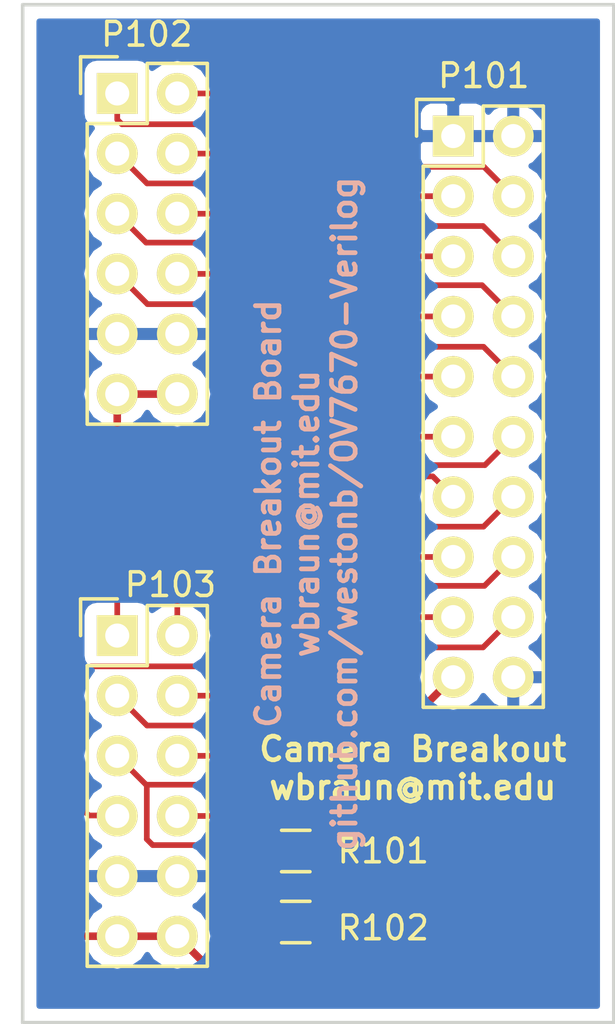
<source format=kicad_pcb>
(kicad_pcb (version 4) (host pcbnew 4.0.4+e1-6308~48~ubuntu14.04.1-stable)

  (general
    (links 30)
    (no_connects 0)
    (area -4.993333 -4.035 21.075001 39.325001)
    (thickness 1.6)
    (drawings 6)
    (tracks 99)
    (zones 0)
    (modules 5)
    (nets 19)
  )

  (page A4)
  (layers
    (0 F.Cu signal)
    (31 B.Cu signal)
    (32 B.Adhes user)
    (33 F.Adhes user)
    (34 B.Paste user)
    (35 F.Paste user)
    (36 B.SilkS user)
    (37 F.SilkS user)
    (38 B.Mask user)
    (39 F.Mask user)
    (40 Dwgs.User user)
    (41 Cmts.User user)
    (42 Eco1.User user)
    (43 Eco2.User user)
    (44 Edge.Cuts user)
    (45 Margin user)
    (46 B.CrtYd user)
    (47 F.CrtYd user)
    (48 B.Fab user)
    (49 F.Fab user)
  )

  (setup
    (last_trace_width 0.16)
    (user_trace_width 0.16)
    (user_trace_width 0.24)
    (user_trace_width 0.32)
    (user_trace_width 0.48)
    (trace_clearance 0.16)
    (zone_clearance 0.508)
    (zone_45_only no)
    (trace_min 0.16)
    (segment_width 0.2)
    (edge_width 0.15)
    (via_size 0.7)
    (via_drill 0.32)
    (via_min_size 0.7)
    (via_min_drill 0.32)
    (user_via 0.7 0.32)
    (user_via 0.8 0.4)
    (user_via 1.2 0.8)
    (uvia_size 0.3)
    (uvia_drill 0.1)
    (uvias_allowed no)
    (uvia_min_size 0.2)
    (uvia_min_drill 0.1)
    (pcb_text_width 0.3)
    (pcb_text_size 1.5 1.5)
    (mod_edge_width 0.15)
    (mod_text_size 1 1)
    (mod_text_width 0.15)
    (pad_size 1.524 1.524)
    (pad_drill 0.762)
    (pad_to_mask_clearance 0.2)
    (aux_axis_origin 0 0)
    (visible_elements FFFFFF7F)
    (pcbplotparams
      (layerselection 0x010f0_80000001)
      (usegerberextensions false)
      (excludeedgelayer true)
      (linewidth 0.100000)
      (plotframeref false)
      (viasonmask false)
      (mode 1)
      (useauxorigin false)
      (hpglpennumber 1)
      (hpglpenspeed 20)
      (hpglpendiameter 15)
      (hpglpenoverlay 2)
      (psnegative false)
      (psa4output false)
      (plotreference false)
      (plotvalue false)
      (plotinvisibletext false)
      (padsonsilk false)
      (subtractmaskfromsilk false)
      (outputformat 1)
      (mirror false)
      (drillshape 0)
      (scaleselection 1)
      (outputdirectory gerbers_nexys_side/))
  )

  (net 0 "")
  (net 1 GND)
  (net 2 +3V3)
  (net 3 /JA7)
  (net 4 /JA1)
  (net 5 /HREF)
  (net 6 /JB10)
  (net 7 /D6)
  (net 8 /D7)
  (net 9 /D4)
  (net 10 /D5)
  (net 11 /D2)
  (net 12 /D3)
  (net 13 /D0)
  (net 14 /D1)
  (net 15 /JB4)
  (net 16 /JB2)
  (net 17 /JB9)
  (net 18 /JB8)

  (net_class Default "This is the default net class."
    (clearance 0.16)
    (trace_width 0.16)
    (via_dia 0.7)
    (via_drill 0.32)
    (uvia_dia 0.3)
    (uvia_drill 0.1)
    (add_net +3V3)
    (add_net /D0)
    (add_net /D1)
    (add_net /D2)
    (add_net /D3)
    (add_net /D4)
    (add_net /D5)
    (add_net /D6)
    (add_net /D7)
    (add_net /HREF)
    (add_net /JA1)
    (add_net /JA7)
    (add_net /JB10)
    (add_net /JB2)
    (add_net /JB4)
    (add_net /JB8)
    (add_net /JB9)
    (add_net GND)
  )

  (module Pin_Headers:Pin_Header_Straight_2x10 (layer F.Cu) (tedit 0) (tstamp 57F3EDEC)
    (at 14.21 1.8)
    (descr "Through hole pin header")
    (tags "pin header")
    (path /57F3DEC6)
    (fp_text reference P101 (at 1.29 -2.55) (layer F.SilkS)
      (effects (font (size 1 1) (thickness 0.15)))
    )
    (fp_text value CONN_02X10 (at 0 -3.1) (layer F.Fab)
      (effects (font (size 1 1) (thickness 0.15)))
    )
    (fp_line (start -1.75 -1.75) (end -1.75 24.65) (layer F.CrtYd) (width 0.05))
    (fp_line (start 4.3 -1.75) (end 4.3 24.65) (layer F.CrtYd) (width 0.05))
    (fp_line (start -1.75 -1.75) (end 4.3 -1.75) (layer F.CrtYd) (width 0.05))
    (fp_line (start -1.75 24.65) (end 4.3 24.65) (layer F.CrtYd) (width 0.05))
    (fp_line (start 3.81 24.13) (end 3.81 -1.27) (layer F.SilkS) (width 0.15))
    (fp_line (start -1.27 1.27) (end -1.27 24.13) (layer F.SilkS) (width 0.15))
    (fp_line (start 3.81 24.13) (end -1.27 24.13) (layer F.SilkS) (width 0.15))
    (fp_line (start 3.81 -1.27) (end 1.27 -1.27) (layer F.SilkS) (width 0.15))
    (fp_line (start 0 -1.55) (end -1.55 -1.55) (layer F.SilkS) (width 0.15))
    (fp_line (start 1.27 -1.27) (end 1.27 1.27) (layer F.SilkS) (width 0.15))
    (fp_line (start 1.27 1.27) (end -1.27 1.27) (layer F.SilkS) (width 0.15))
    (fp_line (start -1.55 -1.55) (end -1.55 0) (layer F.SilkS) (width 0.15))
    (pad 1 thru_hole rect (at 0 0) (size 1.7272 1.7272) (drill 1.016) (layers *.Cu *.Mask F.SilkS)
      (net 1 GND))
    (pad 2 thru_hole oval (at 2.54 0) (size 1.7272 1.7272) (drill 1.016) (layers *.Cu *.Mask F.SilkS)
      (net 1 GND))
    (pad 3 thru_hole oval (at 0 2.54) (size 1.7272 1.7272) (drill 1.016) (layers *.Cu *.Mask F.SilkS)
      (net 3 /JA7))
    (pad 4 thru_hole oval (at 2.54 2.54) (size 1.7272 1.7272) (drill 1.016) (layers *.Cu *.Mask F.SilkS)
      (net 4 /JA1))
    (pad 5 thru_hole oval (at 0 5.08) (size 1.7272 1.7272) (drill 1.016) (layers *.Cu *.Mask F.SilkS)
      (net 14 /D1))
    (pad 6 thru_hole oval (at 2.54 5.08) (size 1.7272 1.7272) (drill 1.016) (layers *.Cu *.Mask F.SilkS)
      (net 13 /D0))
    (pad 7 thru_hole oval (at 0 7.62) (size 1.7272 1.7272) (drill 1.016) (layers *.Cu *.Mask F.SilkS)
      (net 12 /D3))
    (pad 8 thru_hole oval (at 2.54 7.62) (size 1.7272 1.7272) (drill 1.016) (layers *.Cu *.Mask F.SilkS)
      (net 11 /D2))
    (pad 9 thru_hole oval (at 0 10.16) (size 1.7272 1.7272) (drill 1.016) (layers *.Cu *.Mask F.SilkS)
      (net 10 /D5))
    (pad 10 thru_hole oval (at 2.54 10.16) (size 1.7272 1.7272) (drill 1.016) (layers *.Cu *.Mask F.SilkS)
      (net 9 /D4))
    (pad 11 thru_hole oval (at 0 12.7) (size 1.7272 1.7272) (drill 1.016) (layers *.Cu *.Mask F.SilkS)
      (net 8 /D7))
    (pad 12 thru_hole oval (at 2.54 12.7) (size 1.7272 1.7272) (drill 1.016) (layers *.Cu *.Mask F.SilkS)
      (net 7 /D6))
    (pad 13 thru_hole oval (at 0 15.24) (size 1.7272 1.7272) (drill 1.016) (layers *.Cu *.Mask F.SilkS)
      (net 6 /JB10))
    (pad 14 thru_hole oval (at 2.54 15.24) (size 1.7272 1.7272) (drill 1.016) (layers *.Cu *.Mask F.SilkS)
      (net 16 /JB2))
    (pad 15 thru_hole oval (at 0 17.78) (size 1.7272 1.7272) (drill 1.016) (layers *.Cu *.Mask F.SilkS)
      (net 18 /JB8))
    (pad 16 thru_hole oval (at 2.54 17.78) (size 1.7272 1.7272) (drill 1.016) (layers *.Cu *.Mask F.SilkS)
      (net 5 /HREF))
    (pad 17 thru_hole oval (at 0 20.32) (size 1.7272 1.7272) (drill 1.016) (layers *.Cu *.Mask F.SilkS)
      (net 17 /JB9))
    (pad 18 thru_hole oval (at 2.54 20.32) (size 1.7272 1.7272) (drill 1.016) (layers *.Cu *.Mask F.SilkS)
      (net 15 /JB4))
    (pad 19 thru_hole oval (at 0 22.86) (size 1.7272 1.7272) (drill 1.016) (layers *.Cu *.Mask F.SilkS)
      (net 2 +3V3))
    (pad 20 thru_hole oval (at 2.54 22.86) (size 1.7272 1.7272) (drill 1.016) (layers *.Cu *.Mask F.SilkS)
      (net 1 GND))
    (model Pin_Headers.3dshapes/Pin_Header_Straight_2x10.wrl
      (at (xyz 0.05 -0.45 0))
      (scale (xyz 1 1 1))
      (rotate (xyz 0 0 90))
    )
  )

  (module Pin_Headers:Pin_Header_Straight_2x06 (layer F.Cu) (tedit 0) (tstamp 57F3EDFC)
    (at 0 0)
    (descr "Through hole pin header")
    (tags "pin header")
    (path /57F3DF59)
    (fp_text reference P102 (at 1.25 -2.5) (layer F.SilkS)
      (effects (font (size 1 1) (thickness 0.15)))
    )
    (fp_text value CONN_02X06 (at 0 -3.1) (layer F.Fab)
      (effects (font (size 1 1) (thickness 0.15)))
    )
    (fp_line (start -1.75 -1.75) (end -1.75 14.45) (layer F.CrtYd) (width 0.05))
    (fp_line (start 4.3 -1.75) (end 4.3 14.45) (layer F.CrtYd) (width 0.05))
    (fp_line (start -1.75 -1.75) (end 4.3 -1.75) (layer F.CrtYd) (width 0.05))
    (fp_line (start -1.75 14.45) (end 4.3 14.45) (layer F.CrtYd) (width 0.05))
    (fp_line (start 3.81 13.97) (end 3.81 -1.27) (layer F.SilkS) (width 0.15))
    (fp_line (start -1.27 1.27) (end -1.27 13.97) (layer F.SilkS) (width 0.15))
    (fp_line (start 3.81 13.97) (end -1.27 13.97) (layer F.SilkS) (width 0.15))
    (fp_line (start 3.81 -1.27) (end 1.27 -1.27) (layer F.SilkS) (width 0.15))
    (fp_line (start 0 -1.55) (end -1.55 -1.55) (layer F.SilkS) (width 0.15))
    (fp_line (start 1.27 -1.27) (end 1.27 1.27) (layer F.SilkS) (width 0.15))
    (fp_line (start 1.27 1.27) (end -1.27 1.27) (layer F.SilkS) (width 0.15))
    (fp_line (start -1.55 -1.55) (end -1.55 0) (layer F.SilkS) (width 0.15))
    (pad 1 thru_hole rect (at 0 0) (size 1.7272 1.7272) (drill 1.016) (layers *.Cu *.Mask F.SilkS)
      (net 3 /JA7))
    (pad 2 thru_hole oval (at 2.54 0) (size 1.7272 1.7272) (drill 1.016) (layers *.Cu *.Mask F.SilkS)
      (net 4 /JA1))
    (pad 3 thru_hole oval (at 0 2.54) (size 1.7272 1.7272) (drill 1.016) (layers *.Cu *.Mask F.SilkS)
      (net 14 /D1))
    (pad 4 thru_hole oval (at 2.54 2.54) (size 1.7272 1.7272) (drill 1.016) (layers *.Cu *.Mask F.SilkS)
      (net 13 /D0))
    (pad 5 thru_hole oval (at 0 5.08) (size 1.7272 1.7272) (drill 1.016) (layers *.Cu *.Mask F.SilkS)
      (net 12 /D3))
    (pad 6 thru_hole oval (at 2.54 5.08) (size 1.7272 1.7272) (drill 1.016) (layers *.Cu *.Mask F.SilkS)
      (net 11 /D2))
    (pad 7 thru_hole oval (at 0 7.62) (size 1.7272 1.7272) (drill 1.016) (layers *.Cu *.Mask F.SilkS)
      (net 10 /D5))
    (pad 8 thru_hole oval (at 2.54 7.62) (size 1.7272 1.7272) (drill 1.016) (layers *.Cu *.Mask F.SilkS)
      (net 9 /D4))
    (pad 9 thru_hole oval (at 0 10.16) (size 1.7272 1.7272) (drill 1.016) (layers *.Cu *.Mask F.SilkS)
      (net 1 GND))
    (pad 10 thru_hole oval (at 2.54 10.16) (size 1.7272 1.7272) (drill 1.016) (layers *.Cu *.Mask F.SilkS)
      (net 1 GND))
    (pad 11 thru_hole oval (at 0 12.7) (size 1.7272 1.7272) (drill 1.016) (layers *.Cu *.Mask F.SilkS)
      (net 2 +3V3))
    (pad 12 thru_hole oval (at 2.54 12.7) (size 1.7272 1.7272) (drill 1.016) (layers *.Cu *.Mask F.SilkS)
      (net 2 +3V3))
    (model Pin_Headers.3dshapes/Pin_Header_Straight_2x06.wrl
      (at (xyz 0.05 -0.25 0))
      (scale (xyz 1 1 1))
      (rotate (xyz 0 0 90))
    )
  )

  (module Pin_Headers:Pin_Header_Straight_2x06 (layer F.Cu) (tedit 0) (tstamp 57F3EE0C)
    (at 0 22.9)
    (descr "Through hole pin header")
    (tags "pin header")
    (path /57F3DFC6)
    (fp_text reference P103 (at 2.25 -2.15) (layer F.SilkS)
      (effects (font (size 1 1) (thickness 0.15)))
    )
    (fp_text value CONN_02X06 (at 0 -3.1) (layer F.Fab)
      (effects (font (size 1 1) (thickness 0.15)))
    )
    (fp_line (start -1.75 -1.75) (end -1.75 14.45) (layer F.CrtYd) (width 0.05))
    (fp_line (start 4.3 -1.75) (end 4.3 14.45) (layer F.CrtYd) (width 0.05))
    (fp_line (start -1.75 -1.75) (end 4.3 -1.75) (layer F.CrtYd) (width 0.05))
    (fp_line (start -1.75 14.45) (end 4.3 14.45) (layer F.CrtYd) (width 0.05))
    (fp_line (start 3.81 13.97) (end 3.81 -1.27) (layer F.SilkS) (width 0.15))
    (fp_line (start -1.27 1.27) (end -1.27 13.97) (layer F.SilkS) (width 0.15))
    (fp_line (start 3.81 13.97) (end -1.27 13.97) (layer F.SilkS) (width 0.15))
    (fp_line (start 3.81 -1.27) (end 1.27 -1.27) (layer F.SilkS) (width 0.15))
    (fp_line (start 0 -1.55) (end -1.55 -1.55) (layer F.SilkS) (width 0.15))
    (fp_line (start 1.27 -1.27) (end 1.27 1.27) (layer F.SilkS) (width 0.15))
    (fp_line (start 1.27 1.27) (end -1.27 1.27) (layer F.SilkS) (width 0.15))
    (fp_line (start -1.55 -1.55) (end -1.55 0) (layer F.SilkS) (width 0.15))
    (pad 1 thru_hole rect (at 0 0) (size 1.7272 1.7272) (drill 1.016) (layers *.Cu *.Mask F.SilkS)
      (net 8 /D7))
    (pad 2 thru_hole oval (at 2.54 0) (size 1.7272 1.7272) (drill 1.016) (layers *.Cu *.Mask F.SilkS)
      (net 7 /D6))
    (pad 3 thru_hole oval (at 0 2.54) (size 1.7272 1.7272) (drill 1.016) (layers *.Cu *.Mask F.SilkS)
      (net 18 /JB8))
    (pad 4 thru_hole oval (at 2.54 2.54) (size 1.7272 1.7272) (drill 1.016) (layers *.Cu *.Mask F.SilkS)
      (net 16 /JB2))
    (pad 5 thru_hole oval (at 0 5.08) (size 1.7272 1.7272) (drill 1.016) (layers *.Cu *.Mask F.SilkS)
      (net 17 /JB9))
    (pad 6 thru_hole oval (at 2.54 5.08) (size 1.7272 1.7272) (drill 1.016) (layers *.Cu *.Mask F.SilkS)
      (net 5 /HREF))
    (pad 7 thru_hole oval (at 0 7.62) (size 1.7272 1.7272) (drill 1.016) (layers *.Cu *.Mask F.SilkS)
      (net 6 /JB10))
    (pad 8 thru_hole oval (at 2.54 7.62) (size 1.7272 1.7272) (drill 1.016) (layers *.Cu *.Mask F.SilkS)
      (net 15 /JB4))
    (pad 9 thru_hole oval (at 0 10.16) (size 1.7272 1.7272) (drill 1.016) (layers *.Cu *.Mask F.SilkS)
      (net 1 GND))
    (pad 10 thru_hole oval (at 2.54 10.16) (size 1.7272 1.7272) (drill 1.016) (layers *.Cu *.Mask F.SilkS)
      (net 1 GND))
    (pad 11 thru_hole oval (at 0 12.7) (size 1.7272 1.7272) (drill 1.016) (layers *.Cu *.Mask F.SilkS)
      (net 2 +3V3))
    (pad 12 thru_hole oval (at 2.54 12.7) (size 1.7272 1.7272) (drill 1.016) (layers *.Cu *.Mask F.SilkS)
      (net 2 +3V3))
    (model Pin_Headers.3dshapes/Pin_Header_Straight_2x06.wrl
      (at (xyz 0.05 -0.25 0))
      (scale (xyz 1 1 1))
      (rotate (xyz 0 0 90))
    )
  )

  (module Resistors_SMD:R_0805 (layer F.Cu) (tedit 5415CDEB) (tstamp 57F3EE12)
    (at 7.55 32 180)
    (descr "Resistor SMD 0805, reflow soldering, Vishay (see dcrcw.pdf)")
    (tags "resistor 0805")
    (path /57F3EFB6)
    (attr smd)
    (fp_text reference R101 (at -3.7 0 180) (layer F.SilkS)
      (effects (font (size 1 1) (thickness 0.15)))
    )
    (fp_text value R (at -3.2 -1 180) (layer F.Fab)
      (effects (font (size 1 1) (thickness 0.15)))
    )
    (fp_line (start -1.6 -1) (end 1.6 -1) (layer F.CrtYd) (width 0.05))
    (fp_line (start -1.6 1) (end 1.6 1) (layer F.CrtYd) (width 0.05))
    (fp_line (start -1.6 -1) (end -1.6 1) (layer F.CrtYd) (width 0.05))
    (fp_line (start 1.6 -1) (end 1.6 1) (layer F.CrtYd) (width 0.05))
    (fp_line (start 0.6 0.875) (end -0.6 0.875) (layer F.SilkS) (width 0.15))
    (fp_line (start -0.6 -0.875) (end 0.6 -0.875) (layer F.SilkS) (width 0.15))
    (pad 1 smd rect (at -0.95 0 180) (size 0.7 1.3) (layers F.Cu F.Paste F.Mask)
      (net 2 +3V3))
    (pad 2 smd rect (at 0.95 0 180) (size 0.7 1.3) (layers F.Cu F.Paste F.Mask)
      (net 15 /JB4))
    (model Resistors_SMD.3dshapes/R_0805.wrl
      (at (xyz 0 0 0))
      (scale (xyz 1 1 1))
      (rotate (xyz 0 0 0))
    )
  )

  (module Resistors_SMD:R_0805 (layer F.Cu) (tedit 5415CDEB) (tstamp 57F3EE18)
    (at 7.55 35 180)
    (descr "Resistor SMD 0805, reflow soldering, Vishay (see dcrcw.pdf)")
    (tags "resistor 0805")
    (path /57F3F059)
    (attr smd)
    (fp_text reference R102 (at -3.7 -0.25 180) (layer F.SilkS)
      (effects (font (size 1 1) (thickness 0.15)))
    )
    (fp_text value R (at 0 2.1 180) (layer F.Fab)
      (effects (font (size 1 1) (thickness 0.15)))
    )
    (fp_line (start -1.6 -1) (end 1.6 -1) (layer F.CrtYd) (width 0.05))
    (fp_line (start -1.6 1) (end 1.6 1) (layer F.CrtYd) (width 0.05))
    (fp_line (start -1.6 -1) (end -1.6 1) (layer F.CrtYd) (width 0.05))
    (fp_line (start 1.6 -1) (end 1.6 1) (layer F.CrtYd) (width 0.05))
    (fp_line (start 0.6 0.875) (end -0.6 0.875) (layer F.SilkS) (width 0.15))
    (fp_line (start -0.6 -0.875) (end 0.6 -0.875) (layer F.SilkS) (width 0.15))
    (pad 1 smd rect (at -0.95 0 180) (size 0.7 1.3) (layers F.Cu F.Paste F.Mask)
      (net 2 +3V3))
    (pad 2 smd rect (at 0.95 0 180) (size 0.7 1.3) (layers F.Cu F.Paste F.Mask)
      (net 17 /JB9))
    (model Resistors_SMD.3dshapes/R_0805.wrl
      (at (xyz 0 0 0))
      (scale (xyz 1 1 1))
      (rotate (xyz 0 0 0))
    )
  )

  (gr_text "Camera Breakout\nwbraun@mit.edu" (at 12.5 28.5 360) (layer F.SilkS)
    (effects (font (size 1 1) (thickness 0.2)))
  )
  (gr_text "Camera Breakout Board\nwbraun@mit.edu\ngithub.com/westonb/OV7670-Verilog" (at 8 17.75 90) (layer B.SilkS)
    (effects (font (size 1 1) (thickness 0.2)))
  )
  (gr_line (start 21 -3.75) (end -4 -3.75) (layer Edge.Cuts) (width 0.15))
  (gr_line (start 21 39.25) (end 21 -3.75) (layer Edge.Cuts) (width 0.15))
  (gr_line (start -4 39.25) (end 21 39.25) (layer Edge.Cuts) (width 0.15))
  (gr_line (start -4 -3.75) (end -4 39.25) (layer Edge.Cuts) (width 0.15))

  (segment (start 8.5 32) (end 8.5 30.37) (width 0.32) (layer F.Cu) (net 2))
  (segment (start 8.5 30.37) (end 14.21 24.66) (width 0.32) (layer F.Cu) (net 2))
  (segment (start 7.87 36.6) (end 3.54 36.6) (width 0.32) (layer F.Cu) (net 2))
  (segment (start 3.54 36.6) (end 2.54 35.6) (width 0.32) (layer F.Cu) (net 2))
  (segment (start 8.5 35) (end 8.5 35.97) (width 0.32) (layer F.Cu) (net 2))
  (segment (start 8.5 35.97) (end 7.87 36.6) (width 0.32) (layer F.Cu) (net 2))
  (segment (start 0 35.6) (end 2.54 35.6) (width 0.32) (layer F.Cu) (net 2))
  (segment (start -2.7 34.8) (end -1.9 35.6) (width 0.32) (layer F.Cu) (net 2))
  (segment (start -1.9 35.6) (end 0 35.6) (width 0.32) (layer F.Cu) (net 2))
  (segment (start -2.7 19.1) (end -2.7 34.8) (width 0.32) (layer F.Cu) (net 2))
  (segment (start 0 16.4) (end -2.7 19.1) (width 0.32) (layer F.Cu) (net 2))
  (segment (start 0 12.7) (end 0 16.4) (width 0.32) (layer F.Cu) (net 2))
  (segment (start 2.54 12.7) (end 0 12.7) (width 0.32) (layer F.Cu) (net 2))
  (segment (start 8.5 35) (end 8.5 34.11) (width 0.24) (layer F.Cu) (net 2))
  (segment (start 8.5 34.11) (end 8.5 32) (width 0.24) (layer F.Cu) (net 2))
  (segment (start 4.4 1.3) (end 0.1964 1.3) (width 0.24) (layer F.Cu) (net 3))
  (segment (start 0.1964 1.3) (end 0 1.1036) (width 0.24) (layer F.Cu) (net 3))
  (segment (start 0 1.1036) (end 0 0) (width 0.24) (layer F.Cu) (net 3))
  (segment (start 7.44 4.34) (end 4.4 1.3) (width 0.24) (layer F.Cu) (net 3))
  (segment (start 14.21 4.34) (end 7.44 4.34) (width 0.24) (layer F.Cu) (net 3))
  (segment (start 4.5 0) (end 2.54 0) (width 0.24) (layer F.Cu) (net 4))
  (segment (start 7.6 3.1) (end 4.5 0) (width 0.24) (layer F.Cu) (net 4))
  (segment (start 15.51 3.1) (end 7.6 3.1) (width 0.24) (layer F.Cu) (net 4))
  (segment (start 16.75 4.34) (end 15.51 3.1) (width 0.24) (layer F.Cu) (net 4))
  (segment (start 11.9 20.8) (end 4.72 27.98) (width 0.24) (layer F.Cu) (net 5))
  (segment (start 4.72 27.98) (end 2.54 27.98) (width 0.24) (layer F.Cu) (net 5))
  (segment (start 15.53 20.8) (end 11.9 20.8) (width 0.24) (layer F.Cu) (net 5))
  (segment (start 16.75 19.58) (end 15.53 20.8) (width 0.24) (layer F.Cu) (net 5))
  (segment (start -1.2 30.5) (end -0.02 30.5) (width 0.24) (layer F.Cu) (net 6))
  (segment (start -0.02 30.5) (end 0 30.52) (width 0.24) (layer F.Cu) (net 6))
  (segment (start -1.9 29.8) (end -1.2 30.5) (width 0.24) (layer F.Cu) (net 6))
  (segment (start -1.9 25) (end -1.9 29.8) (width 0.24) (layer F.Cu) (net 6))
  (segment (start -1.1 24.2) (end -1.9 25) (width 0.24) (layer F.Cu) (net 6))
  (segment (start 3.6 24.2) (end -1.1 24.2) (width 0.24) (layer F.Cu) (net 6))
  (segment (start 4.4 23.4) (end 3.6 24.2) (width 0.24) (layer F.Cu) (net 6))
  (segment (start 4.4 21.6) (end 4.4 23.4) (width 0.24) (layer F.Cu) (net 6))
  (segment (start 9.823599 16.176401) (end 4.4 21.6) (width 0.24) (layer F.Cu) (net 6))
  (segment (start 14.21 17.04) (end 13.346401 16.176401) (width 0.24) (layer F.Cu) (net 6))
  (segment (start 13.346401 16.176401) (end 9.823599 16.176401) (width 0.24) (layer F.Cu) (net 6))
  (segment (start 16.75 14.5) (end 15.55 15.7) (width 0.24) (layer F.Cu) (net 7))
  (segment (start 15.55 15.7) (end 6.1 15.7) (width 0.24) (layer F.Cu) (net 7))
  (segment (start 6.1 15.7) (end 2.54 19.26) (width 0.24) (layer F.Cu) (net 7))
  (segment (start 2.54 19.26) (end 2.54 22.9) (width 0.24) (layer F.Cu) (net 7))
  (segment (start 14.21 14.5) (end 6 14.5) (width 0.24) (layer F.Cu) (net 8))
  (segment (start 6 14.5) (end 0 20.5) (width 0.24) (layer F.Cu) (net 8))
  (segment (start 0 20.5) (end 0 21.1) (width 0.24) (layer F.Cu) (net 8))
  (segment (start 0 21.1) (end 0 22.9) (width 0.24) (layer F.Cu) (net 8))
  (segment (start 7.3 10.7) (end 4.22 7.62) (width 0.24) (layer F.Cu) (net 9))
  (segment (start 4.22 7.62) (end 2.54 7.62) (width 0.24) (layer F.Cu) (net 9))
  (segment (start 15.49 10.7) (end 7.3 10.7) (width 0.24) (layer F.Cu) (net 9))
  (segment (start 16.75 11.96) (end 15.49 10.7) (width 0.24) (layer F.Cu) (net 9))
  (segment (start 4.3 8.9) (end 1.28 8.9) (width 0.24) (layer F.Cu) (net 10))
  (segment (start 1.28 8.9) (end 0 7.62) (width 0.24) (layer F.Cu) (net 10))
  (segment (start 7.36 11.96) (end 4.3 8.9) (width 0.24) (layer F.Cu) (net 10))
  (segment (start 14.21 11.96) (end 7.36 11.96) (width 0.24) (layer F.Cu) (net 10))
  (segment (start 16.75 9.42) (end 15.43 8.1) (width 0.24) (layer F.Cu) (net 11))
  (segment (start 15.43 8.1) (end 7.4 8.1) (width 0.24) (layer F.Cu) (net 11))
  (segment (start 7.4 8.1) (end 4.38 5.08) (width 0.24) (layer F.Cu) (net 11))
  (segment (start 4.38 5.08) (end 2.54 5.08) (width 0.24) (layer F.Cu) (net 11))
  (segment (start 4.3 6.3) (end 1.22 6.3) (width 0.24) (layer F.Cu) (net 12))
  (segment (start 1.22 6.3) (end 0 5.08) (width 0.24) (layer F.Cu) (net 12))
  (segment (start 7.42 9.42) (end 4.3 6.3) (width 0.24) (layer F.Cu) (net 12))
  (segment (start 14.21 9.42) (end 7.42 9.42) (width 0.24) (layer F.Cu) (net 12))
  (segment (start 7.3 5.6) (end 4.24 2.54) (width 0.24) (layer F.Cu) (net 13))
  (segment (start 4.24 2.54) (end 2.54 2.54) (width 0.24) (layer F.Cu) (net 13))
  (segment (start 15.47 5.6) (end 7.3 5.6) (width 0.24) (layer F.Cu) (net 13))
  (segment (start 16.75 6.88) (end 15.47 5.6) (width 0.24) (layer F.Cu) (net 13))
  (segment (start 0 2.54) (end 1.26 3.8) (width 0.24) (layer F.Cu) (net 14))
  (segment (start 1.26 3.8) (end 4.4 3.8) (width 0.24) (layer F.Cu) (net 14))
  (segment (start 4.4 3.8) (end 7.48 6.88) (width 0.24) (layer F.Cu) (net 14))
  (segment (start 7.48 6.88) (end 14.21 6.88) (width 0.24) (layer F.Cu) (net 14))
  (segment (start 16.75 22.12) (end 15.47 23.4) (width 0.24) (layer F.Cu) (net 15))
  (segment (start 15.47 23.4) (end 11.6 23.4) (width 0.24) (layer F.Cu) (net 15))
  (segment (start 11.6 23.4) (end 4.53 30.47) (width 0.24) (layer F.Cu) (net 15))
  (segment (start 4.53 30.47) (end 4.53 30.52) (width 0.24) (layer F.Cu) (net 15))
  (segment (start 6.01 32) (end 4.53 30.52) (width 0.24) (layer F.Cu) (net 15))
  (segment (start 6.6 32) (end 6.01 32) (width 0.24) (layer F.Cu) (net 15))
  (segment (start 4.53 30.52) (end 4.38 30.52) (width 0.24) (layer F.Cu) (net 15))
  (segment (start 4.38 30.52) (end 2.54 30.52) (width 0.24) (layer F.Cu) (net 15))
  (segment (start 5.5 24.2) (end 4.26 25.44) (width 0.24) (layer F.Cu) (net 16))
  (segment (start 4.26 25.44) (end 2.54 25.44) (width 0.24) (layer F.Cu) (net 16))
  (segment (start 5.5 22.48) (end 5.5 24.2) (width 0.24) (layer F.Cu) (net 16))
  (segment (start 15.49 18.3) (end 9.68 18.3) (width 0.24) (layer F.Cu) (net 16))
  (segment (start 9.68 18.3) (end 5.5 22.48) (width 0.24) (layer F.Cu) (net 16))
  (segment (start 16.75 17.04) (end 15.49 18.3) (width 0.24) (layer F.Cu) (net 16))
  (segment (start 1.5 31.75) (end 1.25 31.5) (width 0.24) (layer F.Cu) (net 17))
  (segment (start 1.25 31.5) (end 1.25 29.23) (width 0.24) (layer F.Cu) (net 17))
  (segment (start 1.25 29.23) (end 1.22 29.2) (width 0.24) (layer F.Cu) (net 17))
  (segment (start 3.65 31.75) (end 1.5 31.75) (width 0.24) (layer F.Cu) (net 17))
  (segment (start 6.6 35) (end 6.6 34.7) (width 0.24) (layer F.Cu) (net 17))
  (segment (start 6.6 34.7) (end 3.65 31.75) (width 0.24) (layer F.Cu) (net 17))
  (segment (start 0 27.98) (end 1.22 29.2) (width 0.24) (layer F.Cu) (net 17))
  (segment (start 1.22 29.2) (end 4.7 29.2) (width 0.24) (layer F.Cu) (net 17))
  (segment (start 4.7 29.2) (end 11.78 22.12) (width 0.24) (layer F.Cu) (net 17))
  (segment (start 11.78 22.12) (end 14.21 22.12) (width 0.24) (layer F.Cu) (net 17))
  (segment (start 14.21 19.58) (end 11.82 19.58) (width 0.24) (layer F.Cu) (net 18))
  (segment (start 11.82 19.58) (end 4.7 26.7) (width 0.24) (layer F.Cu) (net 18))
  (segment (start 4.7 26.7) (end 1.26 26.7) (width 0.24) (layer F.Cu) (net 18))
  (segment (start 1.26 26.7) (end 0 25.44) (width 0.24) (layer F.Cu) (net 18))

  (zone (net 1) (net_name GND) (layer B.Cu) (tstamp 0) (hatch edge 0.508)
    (connect_pads (clearance 0.508))
    (min_thickness 0.254)
    (fill yes (arc_segments 16) (thermal_gap 0.508) (thermal_bridge_width 0.508))
    (polygon
      (pts
        (xy -4 -3.75) (xy -4 39.25) (xy 21 39.25) (xy 21 -3.75)
      )
    )
    (filled_polygon
      (pts
        (xy 20.29 38.54) (xy -3.29 38.54) (xy -3.29 35.6) (xy -1.527959 35.6) (xy -1.413885 36.173489)
        (xy -1.089029 36.65967) (xy -0.602848 36.984526) (xy -0.029359 37.0986) (xy 0.029359 37.0986) (xy 0.602848 36.984526)
        (xy 1.089029 36.65967) (xy 1.27 36.388828) (xy 1.450971 36.65967) (xy 1.937152 36.984526) (xy 2.510641 37.0986)
        (xy 2.569359 37.0986) (xy 3.142848 36.984526) (xy 3.629029 36.65967) (xy 3.953885 36.173489) (xy 4.067959 35.6)
        (xy 3.953885 35.026511) (xy 3.629029 34.54033) (xy 3.305772 34.324336) (xy 3.42849 34.266821) (xy 3.822688 33.834947)
        (xy 3.994958 33.419026) (xy 3.873817 33.187) (xy 2.667 33.187) (xy 2.667 33.207) (xy 2.413 33.207)
        (xy 2.413 33.187) (xy 0.127 33.187) (xy 0.127 33.207) (xy -0.127 33.207) (xy -0.127 33.187)
        (xy -1.333817 33.187) (xy -1.454958 33.419026) (xy -1.282688 33.834947) (xy -0.88849 34.266821) (xy -0.765772 34.324336)
        (xy -1.089029 34.54033) (xy -1.413885 35.026511) (xy -1.527959 35.6) (xy -3.29 35.6) (xy -3.29 25.44)
        (xy -1.527959 25.44) (xy -1.413885 26.013489) (xy -1.089029 26.49967) (xy -0.774248 26.71) (xy -1.089029 26.92033)
        (xy -1.413885 27.406511) (xy -1.527959 27.98) (xy -1.413885 28.553489) (xy -1.089029 29.03967) (xy -0.774248 29.25)
        (xy -1.089029 29.46033) (xy -1.413885 29.946511) (xy -1.527959 30.52) (xy -1.413885 31.093489) (xy -1.089029 31.57967)
        (xy -0.765772 31.795664) (xy -0.88849 31.853179) (xy -1.282688 32.285053) (xy -1.454958 32.700974) (xy -1.333817 32.933)
        (xy -0.127 32.933) (xy -0.127 32.913) (xy 0.127 32.913) (xy 0.127 32.933) (xy 2.413 32.933)
        (xy 2.413 32.913) (xy 2.667 32.913) (xy 2.667 32.933) (xy 3.873817 32.933) (xy 3.994958 32.700974)
        (xy 3.822688 32.285053) (xy 3.42849 31.853179) (xy 3.305772 31.795664) (xy 3.629029 31.57967) (xy 3.953885 31.093489)
        (xy 4.067959 30.52) (xy 3.953885 29.946511) (xy 3.629029 29.46033) (xy 3.314248 29.25) (xy 3.629029 29.03967)
        (xy 3.953885 28.553489) (xy 4.067959 27.98) (xy 3.953885 27.406511) (xy 3.629029 26.92033) (xy 3.314248 26.71)
        (xy 3.629029 26.49967) (xy 3.953885 26.013489) (xy 4.067959 25.44) (xy 3.953885 24.866511) (xy 3.629029 24.38033)
        (xy 3.314248 24.17) (xy 3.629029 23.95967) (xy 3.953885 23.473489) (xy 4.067959 22.9) (xy 3.953885 22.326511)
        (xy 3.629029 21.84033) (xy 3.142848 21.515474) (xy 2.569359 21.4014) (xy 2.510641 21.4014) (xy 1.937152 21.515474)
        (xy 1.471558 21.826574) (xy 1.466762 21.801083) (xy 1.32769 21.584959) (xy 1.11549 21.439969) (xy 0.8636 21.38896)
        (xy -0.8636 21.38896) (xy -1.098917 21.433238) (xy -1.315041 21.57231) (xy -1.460031 21.78451) (xy -1.51104 22.0364)
        (xy -1.51104 23.7636) (xy -1.466762 23.998917) (xy -1.32769 24.215041) (xy -1.11549 24.360031) (xy -1.071869 24.368864)
        (xy -1.089029 24.38033) (xy -1.413885 24.866511) (xy -1.527959 25.44) (xy -3.29 25.44) (xy -3.29 12.7)
        (xy -1.527959 12.7) (xy -1.413885 13.273489) (xy -1.089029 13.75967) (xy -0.602848 14.084526) (xy -0.029359 14.1986)
        (xy 0.029359 14.1986) (xy 0.602848 14.084526) (xy 1.089029 13.75967) (xy 1.27 13.488828) (xy 1.450971 13.75967)
        (xy 1.937152 14.084526) (xy 2.510641 14.1986) (xy 2.569359 14.1986) (xy 3.142848 14.084526) (xy 3.629029 13.75967)
        (xy 3.953885 13.273489) (xy 4.067959 12.7) (xy 3.953885 12.126511) (xy 3.629029 11.64033) (xy 3.305772 11.424336)
        (xy 3.42849 11.366821) (xy 3.822688 10.934947) (xy 3.994958 10.519026) (xy 3.873817 10.287) (xy 2.667 10.287)
        (xy 2.667 10.307) (xy 2.413 10.307) (xy 2.413 10.287) (xy 0.127 10.287) (xy 0.127 10.307)
        (xy -0.127 10.307) (xy -0.127 10.287) (xy -1.333817 10.287) (xy -1.454958 10.519026) (xy -1.282688 10.934947)
        (xy -0.88849 11.366821) (xy -0.765772 11.424336) (xy -1.089029 11.64033) (xy -1.413885 12.126511) (xy -1.527959 12.7)
        (xy -3.29 12.7) (xy -3.29 2.54) (xy -1.527959 2.54) (xy -1.413885 3.113489) (xy -1.089029 3.59967)
        (xy -0.774248 3.81) (xy -1.089029 4.02033) (xy -1.413885 4.506511) (xy -1.527959 5.08) (xy -1.413885 5.653489)
        (xy -1.089029 6.13967) (xy -0.774248 6.35) (xy -1.089029 6.56033) (xy -1.413885 7.046511) (xy -1.527959 7.62)
        (xy -1.413885 8.193489) (xy -1.089029 8.67967) (xy -0.765772 8.895664) (xy -0.88849 8.953179) (xy -1.282688 9.385053)
        (xy -1.454958 9.800974) (xy -1.333817 10.033) (xy -0.127 10.033) (xy -0.127 10.013) (xy 0.127 10.013)
        (xy 0.127 10.033) (xy 2.413 10.033) (xy 2.413 10.013) (xy 2.667 10.013) (xy 2.667 10.033)
        (xy 3.873817 10.033) (xy 3.994958 9.800974) (xy 3.822688 9.385053) (xy 3.42849 8.953179) (xy 3.305772 8.895664)
        (xy 3.629029 8.67967) (xy 3.953885 8.193489) (xy 4.067959 7.62) (xy 3.953885 7.046511) (xy 3.629029 6.56033)
        (xy 3.314248 6.35) (xy 3.629029 6.13967) (xy 3.953885 5.653489) (xy 4.067959 5.08) (xy 3.953885 4.506511)
        (xy 3.842626 4.34) (xy 12.682041 4.34) (xy 12.796115 4.913489) (xy 13.120971 5.39967) (xy 13.435752 5.61)
        (xy 13.120971 5.82033) (xy 12.796115 6.306511) (xy 12.682041 6.88) (xy 12.796115 7.453489) (xy 13.120971 7.93967)
        (xy 13.435752 8.15) (xy 13.120971 8.36033) (xy 12.796115 8.846511) (xy 12.682041 9.42) (xy 12.796115 9.993489)
        (xy 13.120971 10.47967) (xy 13.435752 10.69) (xy 13.120971 10.90033) (xy 12.796115 11.386511) (xy 12.682041 11.96)
        (xy 12.796115 12.533489) (xy 13.120971 13.01967) (xy 13.435752 13.23) (xy 13.120971 13.44033) (xy 12.796115 13.926511)
        (xy 12.682041 14.5) (xy 12.796115 15.073489) (xy 13.120971 15.55967) (xy 13.435752 15.77) (xy 13.120971 15.98033)
        (xy 12.796115 16.466511) (xy 12.682041 17.04) (xy 12.796115 17.613489) (xy 13.120971 18.09967) (xy 13.435752 18.31)
        (xy 13.120971 18.52033) (xy 12.796115 19.006511) (xy 12.682041 19.58) (xy 12.796115 20.153489) (xy 13.120971 20.63967)
        (xy 13.435752 20.85) (xy 13.120971 21.06033) (xy 12.796115 21.546511) (xy 12.682041 22.12) (xy 12.796115 22.693489)
        (xy 13.120971 23.17967) (xy 13.435752 23.39) (xy 13.120971 23.60033) (xy 12.796115 24.086511) (xy 12.682041 24.66)
        (xy 12.796115 25.233489) (xy 13.120971 25.71967) (xy 13.607152 26.044526) (xy 14.180641 26.1586) (xy 14.239359 26.1586)
        (xy 14.812848 26.044526) (xy 15.299029 25.71967) (xy 15.479992 25.448839) (xy 15.86151 25.866821) (xy 16.390973 26.114968)
        (xy 16.623 25.994469) (xy 16.623 24.787) (xy 16.877 24.787) (xy 16.877 25.994469) (xy 17.109027 26.114968)
        (xy 17.63849 25.866821) (xy 18.032688 25.434947) (xy 18.204958 25.019026) (xy 18.083817 24.787) (xy 16.877 24.787)
        (xy 16.623 24.787) (xy 16.603 24.787) (xy 16.603 24.533) (xy 16.623 24.533) (xy 16.623 24.513)
        (xy 16.877 24.513) (xy 16.877 24.533) (xy 18.083817 24.533) (xy 18.204958 24.300974) (xy 18.032688 23.885053)
        (xy 17.63849 23.453179) (xy 17.515772 23.395664) (xy 17.839029 23.17967) (xy 18.163885 22.693489) (xy 18.277959 22.12)
        (xy 18.163885 21.546511) (xy 17.839029 21.06033) (xy 17.524248 20.85) (xy 17.839029 20.63967) (xy 18.163885 20.153489)
        (xy 18.277959 19.58) (xy 18.163885 19.006511) (xy 17.839029 18.52033) (xy 17.524248 18.31) (xy 17.839029 18.09967)
        (xy 18.163885 17.613489) (xy 18.277959 17.04) (xy 18.163885 16.466511) (xy 17.839029 15.98033) (xy 17.524248 15.77)
        (xy 17.839029 15.55967) (xy 18.163885 15.073489) (xy 18.277959 14.5) (xy 18.163885 13.926511) (xy 17.839029 13.44033)
        (xy 17.524248 13.23) (xy 17.839029 13.01967) (xy 18.163885 12.533489) (xy 18.277959 11.96) (xy 18.163885 11.386511)
        (xy 17.839029 10.90033) (xy 17.524248 10.69) (xy 17.839029 10.47967) (xy 18.163885 9.993489) (xy 18.277959 9.42)
        (xy 18.163885 8.846511) (xy 17.839029 8.36033) (xy 17.524248 8.15) (xy 17.839029 7.93967) (xy 18.163885 7.453489)
        (xy 18.277959 6.88) (xy 18.163885 6.306511) (xy 17.839029 5.82033) (xy 17.524248 5.61) (xy 17.839029 5.39967)
        (xy 18.163885 4.913489) (xy 18.277959 4.34) (xy 18.163885 3.766511) (xy 17.839029 3.28033) (xy 17.515772 3.064336)
        (xy 17.63849 3.006821) (xy 18.032688 2.574947) (xy 18.204958 2.159026) (xy 18.083817 1.927) (xy 16.877 1.927)
        (xy 16.877 1.947) (xy 16.623 1.947) (xy 16.623 1.927) (xy 14.337 1.927) (xy 14.337 1.947)
        (xy 14.083 1.947) (xy 14.083 1.927) (xy 12.87015 1.927) (xy 12.7114 2.08575) (xy 12.7114 2.78991)
        (xy 12.808073 3.023299) (xy 12.986702 3.201927) (xy 13.142023 3.266263) (xy 13.120971 3.28033) (xy 12.796115 3.766511)
        (xy 12.682041 4.34) (xy 3.842626 4.34) (xy 3.629029 4.02033) (xy 3.314248 3.81) (xy 3.629029 3.59967)
        (xy 3.953885 3.113489) (xy 4.067959 2.54) (xy 3.953885 1.966511) (xy 3.629029 1.48033) (xy 3.314248 1.27)
        (xy 3.629029 1.05967) (xy 3.795793 0.81009) (xy 12.7114 0.81009) (xy 12.7114 1.51425) (xy 12.87015 1.673)
        (xy 14.083 1.673) (xy 14.083 0.46015) (xy 14.337 0.46015) (xy 14.337 1.673) (xy 16.623 1.673)
        (xy 16.623 0.465531) (xy 16.877 0.465531) (xy 16.877 1.673) (xy 18.083817 1.673) (xy 18.204958 1.440974)
        (xy 18.032688 1.025053) (xy 17.63849 0.593179) (xy 17.109027 0.345032) (xy 16.877 0.465531) (xy 16.623 0.465531)
        (xy 16.390973 0.345032) (xy 15.86151 0.593179) (xy 15.694529 0.776119) (xy 15.611927 0.576701) (xy 15.433298 0.398073)
        (xy 15.199909 0.3014) (xy 14.49575 0.3014) (xy 14.337 0.46015) (xy 14.083 0.46015) (xy 13.92425 0.3014)
        (xy 13.220091 0.3014) (xy 12.986702 0.398073) (xy 12.808073 0.576701) (xy 12.7114 0.81009) (xy 3.795793 0.81009)
        (xy 3.953885 0.573489) (xy 4.067959 0) (xy 3.953885 -0.573489) (xy 3.629029 -1.05967) (xy 3.142848 -1.384526)
        (xy 2.569359 -1.4986) (xy 2.510641 -1.4986) (xy 1.937152 -1.384526) (xy 1.471558 -1.073426) (xy 1.466762 -1.098917)
        (xy 1.32769 -1.315041) (xy 1.11549 -1.460031) (xy 0.8636 -1.51104) (xy -0.8636 -1.51104) (xy -1.098917 -1.466762)
        (xy -1.315041 -1.32769) (xy -1.460031 -1.11549) (xy -1.51104 -0.8636) (xy -1.51104 0.8636) (xy -1.466762 1.098917)
        (xy -1.32769 1.315041) (xy -1.11549 1.460031) (xy -1.071869 1.468864) (xy -1.089029 1.48033) (xy -1.413885 1.966511)
        (xy -1.527959 2.54) (xy -3.29 2.54) (xy -3.29 -3.04) (xy 20.29 -3.04)
      )
    )
  )
)

</source>
